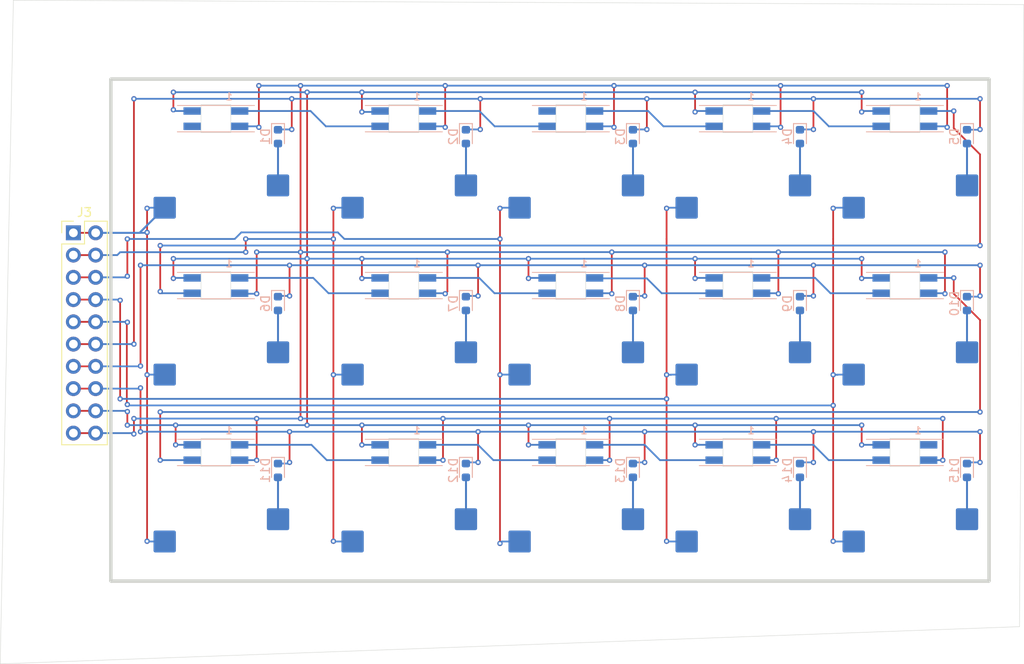
<source format=kicad_pcb>
(kicad_pcb (version 20241229) (generator "pcbnew") (generator_version "9.0")
  (layers (0 "F.Cu" signal) (2 "B.Cu" signal) (13 "F.Paste" user) (15 "B.Paste" user) (5 "F.SilkS" user "F.Silkscreen") (7 "B.SilkS" user "B.Silkscreen") (1 "F.Mask" user) (3 "B.Mask" user) (25 "Edge.Cuts" user))
  (net 0 "")
  (net 1 "ROW1")
  (net 2 "Net-(D1-A)")
  (net 3 "Net-(D2-A)")
  (net 4 "Net-(D3-A)")
  (net 5 "Net-(D4-A)")
  (net 6 "Net-(D5-A)")
  (net 7 "Net-(D6-A)")
  (net 8 "ROW2")
  (net 9 "Net-(D7-A)")
  (net 10 "Net-(D8-A)")
  (net 11 "Net-(D9-A)")
  (net 12 "Net-(D10-A)")
  (net 13 "Net-(D11-A)")
  (net 14 "ROW3")
  (net 15 "Net-(D12-A)")
  (net 16 "Net-(D13-A)")
  (net 17 "Net-(D14-A)")
  (net 18 "Net-(D15-A)")
  (net 19 "COL1")
  (net 20 "COL2")
  (net 21 "GND")
  (net 22 "COL4")
  (net 23 "COL3")
  (net 24 "COL5")
  (net 25 "VCC")
  (net 26 "Net-(LED1-DOUT)")
  (net 27 "DOUT")
  (net 28 "DIN")
  (net 29 "Net-(LED2-DOUT)")
  (net 30 "Net-(LED3-DOUT)")
  (net 31 "Net-(LED4-DOUT)")
  (net 32 "Net-(LED5-DOUT)")
  (net 33 "Net-(LED6-DOUT)")
  (net 34 "Net-(LED7-DOUT)")
  (net 35 "Net-(LED8-DOUT)")
  (net 36 "Net-(LED10-DIN)")
  (net 37 "Net-(LED10-DOUT)")
  (net 38 "Net-(LED11-DOUT)")
  (net 39 "Net-(LED12-DOUT)")
  (net 40 "Net-(LED13-DOUT)")
  (net 41 "Net-(LED14-DOUT)")
  (footprint "Connector_PinHeader_2.54mm:PinHeader_2x10_P2.54mm_Vertical" (layer "F.Cu") (at 21.844 46.05)
    (property "Reference" "J3")
    (property "Value" "Conn_02x10_Counter_Clockwise" (hide yes))
  )
  (footprint "SWICHES:MX-Hotswap-1.25U" (layer "B.Cu") (at 38.1 38.1)
    (property "Reference" "SW1")
    (property "Value" "SW_Push")
  )
  (footprint "Diode_SMD:D_0603_1608Metric" (layer "B.Cu") (at 85.66125 54.12 -90)
    (property "Reference" "D8")
    (property "Value" "D")
  )
  (footprint "SWICHES:SK6812 MINI W_hole" (layer "B.Cu") (at 116.68125 57.15 180)
    (property "Reference" "LED10" (hide yes))
    (property "Value" "SK6812MINI" (hide yes))
    (fp_line (start 1.7 6.68) (end -1.7 6.68) (stroke (width 0.05)) (layer "Edge.Cuts"))
    (fp_line (start 1.7 3.48) (end 1.7 6.68) (stroke (width 0.05)) (layer "Edge.Cuts"))
    (fp_line (start -1.7 6.68) (end -1.7 3.48) (stroke (width 0.05)) (layer "Edge.Cuts"))
    (fp_line (start -1.7 3.48) (end 1.7 3.48) (stroke (width 0.05)) (layer "Edge.Cuts"))
  )
  (footprint "SWICHES:MX-Hotswap-1U" (layer "B.Cu") (at 59.53125 57.15)
    (property "Reference" "SW7")
    (property "Value" "SW_Push")
  )
  (footprint "SWICHES:SK6812 MINI W_hole" (layer "B.Cu") (at 38.1 76.2 180)
    (property "Reference" "LED11" (hide yes))
    (property "Value" "SK6812MINI" (hide yes))
    (fp_line (start 1.7 6.68) (end -1.7 6.68) (stroke (width 0.05)) (layer "Edge.Cuts"))
    (fp_line (start 1.7 3.48) (end 1.7 6.68) (stroke (width 0.05)) (layer "Edge.Cuts"))
    (fp_line (start -1.7 6.68) (end -1.7 3.48) (stroke (width 0.05)) (layer "Edge.Cuts"))
    (fp_line (start -1.7 3.48) (end 1.7 3.48) (stroke (width 0.05)) (layer "Edge.Cuts"))
  )
  (footprint "SWICHES:SK6812 MINI W_hole" (layer "B.Cu") (at 78.58125 57.15 180)
    (property "Reference" "LED8" (hide yes))
    (property "Value" "SK6812MINI" (hide yes))
    (fp_line (start 1.7 6.68) (end -1.7 6.68) (stroke (width 0.05)) (layer "Edge.Cuts"))
    (fp_line (start 1.7 3.48) (end 1.7 6.68) (stroke (width 0.05)) (layer "Edge.Cuts"))
    (fp_line (start -1.7 6.68) (end -1.7 3.48) (stroke (width 0.05)) (layer "Edge.Cuts"))
    (fp_line (start -1.7 3.48) (end 1.7 3.48) (stroke (width 0.05)) (layer "Edge.Cuts"))
  )
  (footprint "Diode_SMD:D_0603_1608Metric" (layer "B.Cu") (at 85.66125 73.17 -90)
    (property "Reference" "D13")
    (property "Value" "D")
  )
  (footprint "SWICHES:SK6812 MINI W_hole" (layer "B.Cu") (at 59.53125 57.15 180)
    (property "Reference" "LED7" (hide yes))
    (property "Value" "SK6812MINI" (hide yes))
    (fp_line (start 1.7 6.68) (end -1.7 6.68) (stroke (width 0.05)) (layer "Edge.Cuts"))
    (fp_line (start 1.7 3.48) (end 1.7 6.68) (stroke (width 0.05)) (layer "Edge.Cuts"))
    (fp_line (start -1.7 6.68) (end -1.7 3.48) (stroke (width 0.05)) (layer "Edge.Cuts"))
    (fp_line (start -1.7 3.48) (end 1.7 3.48) (stroke (width 0.05)) (layer "Edge.Cuts"))
  )
  (footprint "SWICHES:MX-Hotswap-1U" (layer "B.Cu") (at 97.63125 57.15)
    (property "Reference" "SW9")
    (property "Value" "SW_Push")
  )
  (footprint "Diode_SMD:D_0603_1608Metric" (layer "B.Cu") (at 45.18 73.17 -90)
    (property "Reference" "D11")
    (property "Value" "D")
  )
  (footprint "Diode_SMD:D_0603_1608Metric" (layer "B.Cu") (at 45.18 54.12 -90)
    (property "Reference" "D6")
    (property "Value" "D")
  )
  (footprint "Diode_SMD:D_0603_1608Metric" (layer "B.Cu") (at 66.61125 73.17 -90)
    (property "Reference" "D12")
    (property "Value" "D")
  )
  (footprint "SWICHES:MX-Hotswap-1U" (layer "B.Cu") (at 59.53125 38.1)
    (property "Reference" "SW2")
    (property "Value" "SW_Push")
  )
  (footprint "SWICHES:MX-Hotswap-1U" (layer "B.Cu") (at 78.58125 57.15)
    (property "Reference" "SW8")
    (property "Value" "SW_Push")
  )
  (footprint "SWICHES:SK6812 MINI W_hole" (layer "B.Cu") (at 116.68125 38.1 180)
    (property "Reference" "LED5" (hide yes))
    (property "Value" "SK6812MINI" (hide yes))
    (fp_line (start 1.7 6.68) (end -1.7 6.68) (stroke (width 0.05)) (layer "Edge.Cuts"))
    (fp_line (start 1.7 3.48) (end 1.7 6.68) (stroke (width 0.05)) (layer "Edge.Cuts"))
    (fp_line (start -1.7 6.68) (end -1.7 3.48) (stroke (width 0.05)) (layer "Edge.Cuts"))
    (fp_line (start -1.7 3.48) (end 1.7 3.48) (stroke (width 0.05)) (layer "Edge.Cuts"))
  )
  (footprint "SWICHES:SK6812 MINI W_hole" (layer "B.Cu") (at 78.58125 76.2 180)
    (property "Reference" "LED13" (hide yes))
    (property "Value" "SK6812MINI" (hide yes))
    (fp_line (start 1.7 6.68) (end -1.7 6.68) (stroke (width 0.05)) (layer "Edge.Cuts"))
    (fp_line (start 1.7 3.48) (end 1.7 6.68) (stroke (width 0.05)) (layer "Edge.Cuts"))
    (fp_line (start -1.7 6.68) (end -1.7 3.48) (stroke (width 0.05)) (layer "Edge.Cuts"))
    (fp_line (start -1.7 3.48) (end 1.7 3.48) (stroke (width 0.05)) (layer "Edge.Cuts"))
  )
  (footprint "Diode_SMD:D_0603_1608Metric" (layer "B.Cu") (at 104.71125 73.17 -90)
    (property "Reference" "D14")
    (property "Value" "D")
  )
  (footprint "SWICHES:MX-Hotswap-1.25U" (layer "B.Cu") (at 38.1 76.2)
    (property "Reference" "SW11")
    (property "Value" "SW_Push")
  )
  (footprint "SWICHES:SK6812 MINI W_hole" (layer "B.Cu") (at 78.58125 38.1 180)
    (property "Reference" "LED3" (hide yes))
    (property "Value" "SK6812MINI" (hide yes))
    (fp_line (start 1.7 6.68) (end -1.7 6.68) (stroke (width 0.05)) (layer "Edge.Cuts"))
    (fp_line (start 1.7 3.48) (end 1.7 6.68) (stroke (width 0.05)) (layer "Edge.Cuts"))
    (fp_line (start -1.7 6.68) (end -1.7 3.48) (stroke (width 0.05)) (layer "Edge.Cuts"))
    (fp_line (start -1.7 3.48) (end 1.7 3.48) (stroke (width 0.05)) (layer "Edge.Cuts"))
  )
  (footprint "Diode_SMD:D_0603_1608Metric" (layer "B.Cu") (at 104.71125 54.12 -90)
    (property "Reference" "D9")
    (property "Value" "D")
  )
  (footprint "Diode_SMD:D_0603_1608Metric" (layer "B.Cu") (at 123.76125 54.12 -90)
    (property "Reference" "D10")
    (property "Value" "D")
  )
  (footprint "SWICHES:SK6812 MINI W_hole" (layer "B.Cu") (at 38.1 57.15 180)
    (property "Reference" "LED6" (hide yes))
    (property "Value" "SK6812MINI" (hide yes))
    (fp_line (start 1.7 6.68) (end -1.7 6.68) (stroke (width 0.05)) (layer "Edge.Cuts"))
    (fp_line (start 1.7 3.48) (end 1.7 6.68) (stroke (width 0.05)) (layer "Edge.Cuts"))
    (fp_line (start -1.7 6.68) (end -1.7 3.48) (stroke (width 0.05)) (layer "Edge.Cuts"))
    (fp_line (start -1.7 3.48) (end 1.7 3.48) (stroke (width 0.05)) (layer "Edge.Cuts"))
  )
  (footprint "SWICHES:SK6812 MINI W_hole" (layer "B.Cu") (at 59.53125 76.2 180)
    (property "Reference" "LED12" (hide yes))
    (property "Value" "SK6812MINI" (hide yes))
    (fp_line (start 1.7 6.68) (end -1.7 6.68) (stroke (width 0.05)) (layer "Edge.Cuts"))
    (fp_line (start 1.7 3.48) (end 1.7 6.68) (stroke (width 0.05)) (layer "Edge.Cuts"))
    (fp_line (start -1.7 6.68) (end -1.7 3.48) (stroke (width 0.05)) (layer "Edge.Cuts"))
    (fp_line (start -1.7 3.48) (end 1.7 3.48) (stroke (width 0.05)) (layer "Edge.Cuts"))
  )
  (footprint "SWICHES:SK6812 MINI W_hole" (layer "B.Cu") (at 59.53125 38.1 180)
    (property "Reference" "LED2" (hide yes))
    (property "Value" "SK6812MINI" (hide yes))
    (fp_line (start 1.7 6.68) (end -1.7 6.68) (stroke (width 0.05)) (layer "Edge.Cuts"))
    (fp_line (start 1.7 3.48) (end 1.7 6.68) (stroke (width 0.05)) (layer "Edge.Cuts"))
    (fp_line (start -1.7 6.68) (end -1.7 3.48) (stroke (width 0.05)) (layer "Edge.Cuts"))
    (fp_line (start -1.7 3.48) (end 1.7 3.48) (stroke (width 0.05)) (layer "Edge.Cuts"))
  )
  (footprint "Diode_SMD:D_0603_1608Metric" (layer "B.Cu") (at 123.76125 35.07 -90)
    (property "Reference" "D5")
    (property "Value" "D")
  )
  (footprint "SWICHES:MX-Hotswap-1U" (layer "B.Cu") (at 59.53125 76.2)
    (property "Reference" "SW12")
    (property "Value" "SW_Push")
  )
  (footprint "Diode_SMD:D_0603_1608Metric" (layer "B.Cu") (at 85.66125 35.07 -90)
    (property "Reference" "D3")
    (property "Value" "D")
  )
  (footprint "Diode_SMD:D_0603_1608Metric" (layer "B.Cu") (at 66.61125 35.07 -90)
    (property "Reference" "D2")
    (property "Value" "D")
  )
  (footprint "Diode_SMD:D_0603_1608Metric" (layer "B.Cu") (at 104.71125 35.07 -90)
    (property "Reference" "D4")
    (property "Value" "D")
  )
  (footprint "Diode_SMD:D_0603_1608Metric" (layer "B.Cu") (at 66.61125 54.12 -90)
    (property "Reference" "D7")
    (property "Value" "D")
  )
  (footprint "Diode_SMD:D_0603_1608Metric" (layer "B.Cu") (at 123.76125 73.17 -90)
    (property "Reference" "D15")
    (property "Value" "D")
  )
  (footprint "SWICHES:MX-Hotswap-1U" (layer "B.Cu") (at 116.68125 38.1)
    (property "Reference" "SW5")
    (property "Value" "SW_Push")
  )
  (footprint "SWICHES:SK6812 MINI W_hole" (layer "B.Cu") (at 116.68125 76.2 180)
    (property "Reference" "LED15" (hide yes))
    (property "Value" "SK6812MINI" (hide yes))
    (fp_line (start 1.7 6.68) (end -1.7 6.68) (stroke (width 0.05)) (layer "Edge.Cuts"))
    (fp_line (start 1.7 3.48) (end 1.7 6.68) (stroke (width 0.05)) (layer "Edge.Cuts"))
    (fp_line (start -1.7 6.68) (end -1.7 3.48) (stroke (width 0.05)) (layer "Edge.Cuts"))
    (fp_line (start -1.7 3.48) (end 1.7 3.48) (stroke (width 0.05)) (layer "Edge.Cuts"))
  )
  (footprint "SWICHES:MX-Hotswap-1U" (layer "B.Cu") (at 78.58125 38.1)
    (property "Reference" "SW3")
    (property "Value" "SW_Push")
  )
  (footprint "SWICHES:SK6812 MINI W_hole" (layer "B.Cu") (at 97.63125 57.15 180)
    (property "Reference" "LED9" (hide yes))
    (property "Value" "SK6812MINI" (hide yes))
    (fp_line (start 1.7 6.68) (end -1.7 6.68) (stroke (width 0.05)) (layer "Edge.Cuts"))
    (fp_line (start 1.7 3.48) (end 1.7 6.68) (stroke (width 0.05)) (layer "Edge.Cuts"))
    (fp_line (start -1.7 6.68) (end -1.7 3.48) (stroke (width 0.05)) (layer "Edge.Cuts"))
    (fp_line (start -1.7 3.48) (end 1.7 3.48) (stroke (width 0.05)) (layer "Edge.Cuts"))
  )
  (footprint "SWICHES:MX-Hotswap-1U" (layer "B.Cu") (at 97.63125 76.2)
    (property "Reference" "SW14")
    (property "Value" "SW_Push")
  )
  (footprint "SWICHES:MX-Hotswap-1.25U" (layer "B.Cu") (at 38.1 57.15)
    (property "Reference" "SW6")
    (property "Value" "SW_Push")
  )
  (footprint "SWICHES:MX-Hotswap-1U" (layer "B.Cu") (at 97.63125 38.1)
    (property "Reference" "SW4")
    (property "Value" "SW_Push")
  )
  (footprint "SWICHES:MX-Hotswap-1U" (layer "B.Cu") (at 116.68125 57.15)
    (property "Reference" "SW10")
    (property "Value" "SW_Push")
  )
  (footprint "SWICHES:SK6812 MINI W_hole" (layer "B.Cu") (at 97.63125 76.2 180)
    (property "Reference" "LED14" (hide yes))
    (property "Value" "SK6812MINI" (hide yes))
    (fp_line (start 1.7 6.68) (end -1.7 6.68) (stroke (width 0.05)) (layer "Edge.Cuts"))
    (fp_line (start 1.7 3.48) (end 1.7 6.68) (stroke (width 0.05)) (layer "Edge.Cuts"))
    (fp_line (start -1.7 6.68) (end -1.7 3.48) (stroke (width 0.05)) (layer "Edge.Cuts"))
    (fp_line (start -1.7 3.48) (end 1.7 3.48) (stroke (width 0.05)) (layer "Edge.Cuts"))
  )
  (footprint "SWICHES:SK6812 MINI W_hole" (layer "B.Cu") (at 38.1 38.1 180)
    (property "Reference" "LED1" (hide yes))
    (property "Value" "SK6812MINI" (hide yes))
    (fp_line (start 1.7 6.68) (end -1.7 6.68) (stroke (width 0.05)) (layer "Edge.Cuts"))
    (fp_line (start 1.7 3.48) (end 1.7 6.68) (stroke (width 0.05)) (layer "Edge.Cuts"))
    (fp_line (start -1.7 6.68) (end -1.7 3.48) (stroke (width 0.05)) (layer "Edge.Cuts"))
    (fp_line (start -1.7 3.48) (end 1.7 3.48) (stroke (width 0.05)) (layer "Edge.Cuts"))
  )
  (footprint "SWICHES:MX-Hotswap-1U" (layer "B.Cu") (at 78.58125 76.2)
    (property "Reference" "SW13")
    (property "Value" "SW_Push")
  )
  (footprint "SWICHES:MX-Hotswap-1U" (layer "B.Cu") (at 116.68125 76.2)
    (property "Reference" "SW15")
    (property "Value" "SW_Push")
  )
  (footprint "SWICHES:SK6812 MINI W_hole" (layer "B.Cu") (at 97.63125 38.1 180)
    (property "Reference" "LED4" (hide yes))
    (property "Value" "SK6812MINI" (hide yes))
    (fp_line (start 1.7 6.68) (end -1.7 6.68) (stroke (width 0.05)) (layer "Edge.Cuts"))
    (fp_line (start 1.7 3.48) (end 1.7 6.68) (stroke (width 0.05)) (layer "Edge.Cuts"))
    (fp_line (start -1.7 6.68) (end -1.7 3.48) (stroke (width 0.05)) (layer "Edge.Cuts"))
    (fp_line (start -1.7 3.48) (end 1.7 3.48) (stroke (width 0.05)) (layer "Edge.Cuts"))
  )
  (footprint "Diode_SMD:D_0603_1608Metric" (layer "B.Cu") (at 45.18 35.07 -90)
    (property "Reference" "D1")
    (property "Value" "D")
  )
  (gr_line (start 126.28125 28.543934) (end 126.28125 85.756066) (stroke (width 0.4)) (layer "Edge.Cuts"))
  (gr_line (start 26.162684 85.8) (end 26.11875 85.756066) (stroke (width 0.4)) (layer "Edge.Cuts"))
  (gr_line (start 26.11875 85.756066) (end 26.11875 28.543934) (stroke (width 0.4)) (layer "Edge.Cuts"))
  (gr_line (start 26.162684 28.5) (end 126.237316 28.5) (stroke (width 0.4)) (layer "Edge.Cuts"))
  (gr_line (start 126.237316 85.8) (end 26.162684 85.8) (stroke (width 0.4)) (layer "Edge.Cuts"))
  (gr_line (start 129.75 91) (end 13.5 95.25) (stroke (width 0.05)) (layer "Edge.Cuts"))
  (gr_line (start 13.5 95.25) (end 15 19.5) (stroke (width 0.05)) (layer "Edge.Cuts"))
  (gr_line (start 126.237316 28.5) (end 126.28125 28.543934) (stroke (width 0.4)) (layer "Edge.Cuts"))
  (gr_line (start 26.11875 28.543934) (end 26.162684 28.5) (stroke (width 0.4)) (layer "Edge.Cuts"))
  (gr_line (start 130.25 20) (end 129.75 91) (stroke (width 0.05)) (layer "Edge.Cuts"))
  (gr_line (start 126.28125 85.756066) (end 126.237316 85.8) (stroke (width 0.4)) (layer "Edge.Cuts"))
  (gr_line (start 15 19.5) (end 130.25 20) (stroke (width 0.05)) (layer "Edge.Cuts"))
  (segment (start 106.25 30.75) (end 106.25 34.25) (width 0.2) (layer "F.Cu") (net 1))
  (segment (start 125.25 34.25) (end 125.25 30.75) (width 0.2) (layer "F.Cu") (net 1))
  (segment (start 46.75 30.75) (end 46.75 34.25) (width 0.2) (layer "F.Cu") (net 1))
  (segment (start 21.844 58.75) (end 24.384 58.75) (width 0.2) (layer "F.Cu") (net 1))
  (segment (start 68.25 30.75) (end 68.25 34.25) (width 0.2) (layer "F.Cu") (net 1))
  (segment (start 87.25 30.75) (end 87.25 34.25) (width 0.2) (layer "F.Cu") (net 1))
  (segment (start 28.75 30.75) (end 28.75 58.75) (width 0.2) (layer "F.Cu") (net 1))
  (via (at 28.75 58.75) (size 0.6) (drill 0.3) (layers "F.Cu" "B.Cu") (net 1))
  (via (at 28.75 30.75) (size 0.6) (drill 0.3) (layers "F.Cu" "B.Cu") (net 1))
  (via (at 68.25 30.75) (size 0.6) (drill 0.3) (layers "F.Cu" "B.Cu") (net 1))
  (via (at 46.75 34.25) (size 0.6) (drill 0.3) (layers "F.Cu" "B.Cu") (net 1))
  (via (at 68.25 34.25) (size 0.6) (drill 0.3) (layers "F.Cu" "B.Cu") (net 1))
  (via (at 46.75 30.75) (size 0.6) (drill 0.3) (layers "F.Cu" "B.Cu") (net 1))
  (via (at 87.25 30.75) (size 0.6) (drill 0.3) (layers "F.Cu" "B.Cu") (net 1))
  (via (at 125.25 30.75) (size 0.6) (drill 0.3) (layers "F.Cu" "B.Cu") (net 1))
  (via (at 87.25 34.25) (size 0.6) (drill 0.3) (layers "F.Cu" "B.Cu") (net 1))
  (via (at 106.25 30.75) (size 0.6) (drill 0.3) (layers "F.Cu" "B.Cu") (net 1))
  (via (at 125.25 34.25) (size 0.6) (drill 0.3) (layers "F.Cu" "B.Cu") (net 1))
  (via (at 106.25 34.25) (size 0.6) (drill 0.3) (layers "F.Cu" "B.Cu") (net 1))
  (segment (start 46.75 34.25) (end 45.2125 34.25) (width 0.2) (layer "B.Cu") (net 1))
  (segment (start 28.75 30.75) (end 46.75 30.75) (width 0.2) (layer "B.Cu") (net 1))
  (segment (start 68.25 34.25) (end 66.64375 34.25) (width 0.2) (layer "B.Cu") (net 1))
  (segment (start 87.25 34.25) (end 85.69375 34.25) (width 0.2) (layer "B.Cu") (net 1))
  (segment (start 45.2125 34.25) (end 45.18 34.2825) (width 0.2) (layer "B.Cu") (net 1))
  (segment (start 68.25 30.75) (end 46.75 30.75) (width 0.2) (layer "B.Cu") (net 1))
  (segment (start 125.25 30.75) (end 106.25 30.75) (width 0.2) (layer "B.Cu") (net 1))
  (segment (start 106.25 34.25) (end 104.74375 34.25) (width 0.2) (layer "B.Cu") (net 1))
  (segment (start 87.25 30.75) (end 68.25 30.75) (width 0.2) (layer "B.Cu") (net 1))
  (segment (start 123.76125 34.2825) (end 125.2175 34.2825) (width 0.2) (layer "B.Cu") (net 1))
  (segment (start 66.64375 34.25) (end 66.61125 34.2825) (width 0.2) (layer "B.Cu") (net 1))
  (segment (start 24.384 58.75) (end 28.75 58.75) (width 0.2) (layer "B.Cu") (net 1))
  (segment (start 104.74375 34.25) (end 104.71125 34.2825) (width 0.2) (layer "B.Cu") (net 1))
  (segment (start 85.69375 34.25) (end 85.66125 34.2825) (width 0.2) (layer "B.Cu") (net 1))
  (segment (start 125.2175 34.2825) (end 125.25 34.25) (width 0.2) (layer "B.Cu") (net 1))
  (segment (start 106.25 30.75) (end 87.25 30.75) (width 0.2) (layer "B.Cu") (net 1))
  (segment (start 45.185 35.8625) (end 45.18 35.8575) (width 0.2) (layer "B.Cu") (net 2))
  (segment (start 45.185 35.8625) (end 45.18 35.8575) (width 0.2) (layer "B.Cu") (net 2))
  (segment (start 45.185 40.64) (end 45.185 35.8625) (width 0.2) (layer "B.Cu") (net 2))
  (segment (start 45.185 35.8625) (end 45.18 35.8575) (width 0.2) (layer "B.Cu") (net 2))
  (segment (start 45.185 40.64) (end 45.185 35.8625) (width 0.2) (layer "B.Cu") (net 2))
  (segment (start 45.185 40.64) (end 45.185 35.8625) (width 0.2) (layer "B.Cu") (net 2))
  (segment (start 45.185 40.64) (end 45.185 35.8625) (width 0.2) (layer "B.Cu") (net 2))
  (segment (start 45.185 35.8625) (end 45.18 35.8575) (width 0.2) (layer "B.Cu") (net 2))
  (segment (start 66.61625 40.64) (end 66.61625 35.8625) (width 0.2) (layer "B.Cu") (net 3))
  (segment (start 66.61625 40.64) (end 66.61625 35.8625) (width 0.2) (layer "B.Cu") (net 3))
  (segment (start 66.61625 35.8625) (end 66.61125 35.8575) (width 0.2) (layer "B.Cu") (net 3))
  (segment (start 66.61625 35.8625) (end 66.61125 35.8575) (width 0.2) (layer "B.Cu") (net 3))
  (segment (start 66.61625 40.64) (end 66.61625 35.8625) (width 0.2) (layer "B.Cu") (net 3))
  (segment (start 66.61625 40.64) (end 66.61625 35.8625) (width 0.2) (layer "B.Cu") (net 3))
  (segment (start 66.61625 35.8625) (end 66.61125 35.8575) (width 0.2) (layer "B.Cu") (net 3))
  (segment (start 66.61625 35.8625) (end 66.61125 35.8575) (width 0.2) (layer "B.Cu") (net 3))
  (segment (start 85.66625 40.64) (end 85.66625 35.8625) (width 0.2) (layer "B.Cu") (net 4))
  (segment (start 85.66625 40.64) (end 85.66625 35.8625) (width 0.2) (layer "B.Cu") (net 4))
  (segment (start 85.66625 40.64) (end 85.66625 35.8625) (width 0.2) (layer "B.Cu") (net 4))
  (segment (start 85.66625 40.64) (end 85.66625 35.8625) (width 0.2) (layer "B.Cu") (net 4))
  (segment (start 85.66625 35.8625) (end 85.66125 35.8575) (width 0.2) (layer "B.Cu") (net 4))
  (segment (start 85.66625 35.8625) (end 85.66125 35.8575) (width 0.2) (layer "B.Cu") (net 4))
  (segment (start 85.66625 35.8625) (end 85.66125 35.8575) (width 0.2) (layer "B.Cu") (net 4))
  (segment (start 85.66625 35.8625) (end 85.66125 35.8575) (width 0.2) (layer "B.Cu") (net 4))
  (segment (start 104.71625 35.8625) (end 104.71125 35.8575) (width 0.2) (layer "B.Cu") (net 5))
  (segment (start 104.71625 40.64) (end 104.71625 35.8625) (width 0.2) (layer "B.Cu") (net 5))
  (segment (start 104.71625 35.8625) (end 104.71125 35.8575) (width 0.2) (layer "B.Cu") (net 5))
  (segment (start 104.71625 35.8625) (end 104.71125 35.8575) (width 0.2) (layer "B.Cu") (net 5))
  (segment (start 104.71625 40.64) (end 104.71625 35.8625) (width 0.2) (layer "B.Cu") (net 5))
  (segment (start 104.71625 40.64) (end 104.71625 35.8625) (width 0.2) (layer "B.Cu") (net 5))
  (segment (start 104.71625 40.64) (end 104.71625 35.8625) (width 0.2) (layer "B.Cu") (net 5))
  (segment (start 104.71625 35.8625) (end 104.71125 35.8575) (width 0.2) (layer "B.Cu") (net 5))
  (segment (start 123.76625 35.8625) (end 123.76125 35.8575) (width 0.2) (layer "B.Cu") (net 6))
  (segment (start 123.76625 40.64) (end 123.76625 35.8625) (width 0.2) (layer "B.Cu") (net 6))
  (segment (start 123.76625 40.64) (end 123.76625 35.8625) (width 0.2) (layer "B.Cu") (net 6))
  (segment (start 123.76625 40.64) (end 123.76625 35.8625) (width 0.2) (layer "B.Cu") (net 6))
  (segment (start 123.76625 35.8625) (end 123.76125 35.8575) (width 0.2) (layer "B.Cu") (net 6))
  (segment (start 123.76625 35.8625) (end 123.76125 35.8575) (width 0.2) (layer "B.Cu") (net 6))
  (segment (start 123.76625 40.64) (end 123.76625 35.8625) (width 0.2) (layer "B.Cu") (net 6))
  (segment (start 123.76625 35.8625) (end 123.76125 35.8575) (width 0.2) (layer "B.Cu") (net 6))
  (segment (start 45.185 59.69) (end 45.185 54.9125) (width 0.2) (layer "B.Cu") (net 7))
  (segment (start 45.185 59.69) (end 45.185 54.9125) (width 0.2) (layer "B.Cu") (net 7))
  (segment (start 45.185 54.9125) (end 45.18 54.9075) (width 0.2) (layer "B.Cu") (net 7))
  (segment (start 45.185 54.9125) (end 45.18 54.9075) (width 0.2) (layer "B.Cu") (net 7))
  (segment (start 45.185 59.69) (end 45.185 54.9125) (width 0.2) (layer "B.Cu") (net 7))
  (segment (start 45.185 54.9125) (end 45.18 54.9075) (width 0.2) (layer "B.Cu") (net 7))
  (segment (start 45.185 59.69) (end 45.185 54.9125) (width 0.2) (layer "B.Cu") (net 7))
  (segment (start 45.185 54.9125) (end 45.18 54.9075) (width 0.2) (layer "B.Cu") (net 7))
  (segment (start 29.5 61.25) (end 29.5 49.75) (width 0.2) (layer "F.Cu") (net 8))
  (segment (start 68 49.75) (end 68 53.25) (width 0.2) (layer "F.Cu") (net 8))
  (segment (start 106.25 49.75) (end 106.25 53.25) (width 0.2) (layer "F.Cu") (net 8))
  (segment (start 21.844 61.29) (end 24.384 61.29) (width 0.2) (layer "F.Cu") (net 8))
  (segment (start 87 49.75) (end 87 53.25) (width 0.2) (layer "F.Cu") (net 8))
  (segment (start 46.5 49.75) (end 46.5 53.25) (width 0.2) (layer "F.Cu") (net 8))
  (segment (start 125.25 53.25) (end 125.25 49.75) (width 0.2) (layer "F.Cu") (net 8))
  (via (at 106.25 53.25) (size 0.6) (drill 0.3) (layers "F.Cu" "B.Cu") (net 8))
  (via (at 125.25 53.25) (size 0.6) (drill 0.3) (layers "F.Cu" "B.Cu") (net 8))
  (via (at 106.25 49.75) (size 0.6) (drill 0.3) (layers "F.Cu" "B.Cu") (net 8))
  (via (at 87 49.75) (size 0.6) (drill 0.3) (layers "F.Cu" "B.Cu") (net 8))
  (via (at 46.5 49.75) (size 0.6) (drill 0.3) (layers "F.Cu" "B.Cu") (net 8))
  (via (at 29.5 49.75) (size 0.6) (drill 0.3) (layers "F.Cu" "B.Cu") (net 8))
  (via (at 125.25 49.75) (size 0.6) (drill 0.3) (layers "F.Cu" "B.Cu") (net 8))
  (via (at 68 49.75) (size 0.6) (drill 0.3) (layers "F.Cu" "B.Cu") (net 8))
  (via (at 68 53.25) (size 0.6) (drill 0.3) (layers "F.Cu" "B.Cu") (net 8))
  (via (at 29.5 61.25) (size 0.6) (drill 0.3) (layers "F.Cu" "B.Cu") (net 8))
  (via (at 87 53.25) (size 0.6) (drill 0.3) (layers "F.Cu" "B.Cu") (net 8))
  (via (at 46.5 53.25) (size 0.6) (drill 0.3) (layers "F.Cu" "B.Cu") (net 8))
  (segment (start 125.25 49.75) (end 106.25 49.75) (width 0.2) (layer "B.Cu") (net 8))
  (segment (start 24.384 61.29) (end 29.46 61.29) (width 0.2) (layer "B.Cu") (net 8))
  (segment (start 68 53.25) (end 66.69375 53.25) (width 0.2) (layer "B.Cu") (net 8))
  (segment (start 29.5 49.75) (end 46.5 49.75) (width 0.2) (layer "B.Cu") (net 8))
  (segment (start 87 49.75) (end 68 49.75) (width 0.2) (layer "B.Cu") (net 8))
  (segment (start 45.2625 53.25) (end 45.18 53.3325) (width 0.2) (layer "B.Cu") (net 8))
  (segment (start 104.79375 53.25) (end 104.71125 53.3325) (width 0.2) (layer "B.Cu") (net 8))
  (segment (start 66.69375 53.25) (end 66.61125 53.3325) (width 0.2) (layer "B.Cu") (net 8))
  (segment (start 68 49.75) (end 46.5 49.75) (width 0.2) (layer "B.Cu") (net 8))
  (segment (start 125.1675 53.3325) (end 125.25 53.25) (width 0.2) (layer "B.Cu") (net 8))
  (segment (start 106.25 49.75) (end 87 49.75) (width 0.2) (layer "B.Cu") (net 8))
  (segment (start 85.74375 53.25) (end 85.66125 53.3325) (width 0.2) (layer "B.Cu") (net 8))
  (segment (start 46.5 53.25) (end 45.2625 53.25) (width 0.2) (layer "B.Cu") (net 8))
  (segment (start 123.76125 53.3325) (end 125.1675 53.3325) (width 0.2) (layer "B.Cu") (net 8))
  (segment (start 87 53.25) (end 85.74375 53.25) (width 0.2) (layer "B.Cu") (net 8))
  (segment (start 29.46 61.29) (end 29.5 61.25) (width 0.2) (layer "B.Cu") (net 8))
  (segment (start 106.25 53.25) (end 104.79375 53.25) (width 0.2) (layer "B.Cu") (net 8))
  (segment (start 66.61625 59.69) (end 66.61625 54.9125) (width 0.2) (layer "B.Cu") (net 9))
  (segment (start 66.61625 59.69) (end 66.61625 54.9125) (width 0.2) (layer "B.Cu") (net 9))
  (segment (start 66.61625 54.9125) (end 66.61125 54.9075) (width 0.2) (layer "B.Cu") (net 9))
  (segment (start 66.61625 59.69) (end 66.61625 54.9125) (width 0.2) (layer "B.Cu") (net 9))
  (segment (start 66.61625 54.9125) (end 66.61125 54.9075) (width 0.2) (layer "B.Cu") (net 9))
  (segment (start 66.61625 59.69) (end 66.61625 54.9125) (width 0.2) (layer "B.Cu") (net 9))
  (segment (start 66.61625 54.9125) (end 66.61125 54.9075) (width 0.2) (layer "B.Cu") (net 9))
  (segment (start 66.61625 54.9125) (end 66.61125 54.9075) (width 0.2) (layer "B.Cu") (net 9))
  (segment (start 85.66625 54.9125) (end 85.66125 54.9075) (width 0.2) (layer "B.Cu") (net 10))
  (segment (start 85.66625 54.9125) (end 85.66125 54.9075) (width 0.2) (layer "B.Cu") (net 10))
  (segment (start 85.66625 59.69) (end 85.66625 54.9125) (width 0.2) (layer "B.Cu") (net 10))
  (segment (start 85.66625 59.69) (end 85.66625 54.9125) (width 0.2) (layer "B.Cu") (net 10))
  (segment (start 85.66625 59.69) (end 85.66625 54.9125) (width 0.2) (layer "B.Cu") (net 10))
  (segment (start 85.66625 54.9125) (end 85.66125 54.9075) (width 0.2) (layer "B.Cu") (net 10))
  (segment (start 85.66625 54.9125) (end 85.66125 54.9075) (width 0.2) (layer "B.Cu") (net 10))
  (segment (start 85.66625 59.69) (end 85.66625 54.9125) (width 0.2) (layer "B.Cu") (net 10))
  (segment (start 104.71625 54.9125) (end 104.71125 54.9075) (width 0.2) (layer "B.Cu") (net 11))
  (segment (start 104.71625 59.69) (end 104.71625 54.9125) (width 0.2) (layer "B.Cu") (net 11))
  (segment (start 104.71625 54.9125) (end 104.71125 54.9075) (width 0.2) (layer "B.Cu") (net 11))
  (segment (start 104.71625 59.69) (end 104.71625 54.9125) (width 0.2) (layer "B.Cu") (net 11))
  (segment (start 104.71625 59.69) (end 104.71625 54.9125) (width 0.2) (layer "B.Cu") (net 11))
  (segment (start 104.71625 54.9125) (end 104.71125 54.9075) (width 0.2) (layer "B.Cu") (net 11))
  (segment (start 104.71625 54.9125) (end 104.71125 54.9075) (width 0.2) (layer "B.Cu") (net 11))
  (segment (start 104.71625 59.69) (end 104.71625 54.9125) (width 0.2) (layer "B.Cu") (net 11))
  (segment (start 123.76625 59.69) (end 123.76625 54.9125) (width 0.2) (layer "B.Cu") (net 12))
  (segment (start 123.76625 59.69) (end 123.76625 54.9125) (width 0.2) (layer "B.Cu") (net 12))
  (segment (start 123.76625 54.9125) (end 123.76125 54.9075) (width 0.2) (layer "B.Cu") (net 12))
  (segment (start 123.76625 54.9125) (end 123.76125 54.9075) (width 0.2) (layer "B.Cu") (net 12))
  (segment (start 123.76625 59.69) (end 123.76625 54.9125) (width 0.2) (layer "B.Cu") (net 12))
  (segment (start 123.76625 54.9125) (end 123.76125 54.9075) (width 0.2) (layer "B.Cu") (net 12))
  (segment (start 123.76625 59.69) (end 123.76625 54.9125) (width 0.2) (layer "B.Cu") (net 12))
  (segment (start 123.76625 54.9125) (end 123.76125 54.9075) (width 0.2) (layer "B.Cu") (net 12))
  (segment (start 45.185 78.74) (end 45.185 73.9625) (width 0.2) (layer "B.Cu") (net 13))
  (segment (start 45.185 73.9625) (end 45.18 73.9575) (width 0.2) (layer "B.Cu") (net 13))
  (segment (start 45.185 78.74) (end 45.185 73.9625) (width 0.2) (layer "B.Cu") (net 13))
  (segment (start 45.185 73.9625) (end 45.18 73.9575) (width 0.2) (layer "B.Cu") (net 13))
  (segment (start 45.185 78.74) (end 45.185 73.9625) (width 0.2) (layer "B.Cu") (net 13))
  (segment (start 45.185 73.9625) (end 45.18 73.9575) (width 0.2) (layer "B.Cu") (net 13))
  (segment (start 45.185 78.74) (end 45.185 73.9625) (width 0.2) (layer "B.Cu") (net 13))
  (segment (start 45.185 73.9625) (end 45.18 73.9575) (width 0.2) (layer "B.Cu") (net 13))
  (segment (start 68 68.75) (end 68 72.25) (width 0.2) (layer "F.Cu") (net 14))
  (segment (start 21.844 63.83) (end 24.384 63.83) (width 0.2) (layer "F.Cu") (net 14))
  (segment (start 125.25 68.75) (end 125.25 72.25) (width 0.2) (layer "F.Cu") (net 14))
  (segment (start 46.5 72.25) (end 46.5 68.75) (width 0.2) (layer "F.Cu") (net 14))
  (segment (start 87 68.75) (end 87 72.25) (width 0.2) (layer "F.Cu") (net 14))
  (segment (start 106.25 68.75) (end 106.25 72.25) (width 0.2) (layer "F.Cu") (net 14))
  (segment (start 29.5 63.754) (end 29.5 68.75) (width 0.2) (layer "F.Cu") (net 14))
  (via (at 125.25 72.25) (size 0.6) (drill 0.3) (layers "F.Cu" "B.Cu") (net 14))
  (via (at 106.25 72.25) (size 0.6) (drill 0.3) (layers "F.Cu" "B.Cu") (net 14))
  (via (at 68 68.75) (size 0.6) (drill 0.3) (layers "F.Cu" "B.Cu") (net 14))
  (via (at 87 72.25) (size 0.6) (drill 0.3) (layers "F.Cu" "B.Cu") (net 14))
  (via (at 106.25 68.75) (size 0.6) (drill 0.3) (layers "F.Cu" "B.Cu") (net 14))
  (via (at 87 68.75) (size 0.6) (drill 0.3) (layers "F.Cu" "B.Cu") (net 14))
  (via (at 68 72.25) (size 0.6) (drill 0.3) (layers "F.Cu" "B.Cu") (net 14))
  (via (at 46.5 72.25) (size 0.6) (drill 0.3) (layers "F.Cu" "B.Cu") (net 14))
  (via (at 29.5 63.754) (size 0.6) (drill 0.3) (layers "F.Cu" "B.Cu") (net 14))
  (via (at 46.5 68.75) (size 0.6) (drill 0.3) (layers "F.Cu" "B.Cu") (net 14))
  (via (at 29.5 68.75) (size 0.6) (drill 0.3) (layers "F.Cu" "B.Cu") (net 14))
  (via (at 125.25 68.75) (size 0.6) (drill 0.3) (layers "F.Cu" "B.Cu") (net 14))
  (segment (start 106.25 72.25) (end 104.84375 72.25) (width 0.2) (layer "B.Cu") (net 14))
  (segment (start 46.5 68.75) (end 68 68.75) (width 0.2) (layer "B.Cu") (net 14))
  (segment (start 87 72.25) (end 85.79375 72.25) (width 0.2) (layer "B.Cu") (net 14))
  (segment (start 85.79375 72.25) (end 85.66125 72.3825) (width 0.2) (layer "B.Cu") (net 14))
  (segment (start 45.18 72.3825) (end 46.3675 72.3825) (width 0.2) (layer "B.Cu") (net 14))
  (segment (start 68 68.75) (end 87 68.75) (width 0.2) (layer "B.Cu") (net 14))
  (segment (start 24.384 63.83) (end 29.424 63.83) (width 0.2) (layer "B.Cu") (net 14))
  (segment (start 106.25 68.75) (end 125.25 68.75) (width 0.2) (layer "B.Cu") (net 14))
  (segment (start 29.424 63.83) (end 29.5 63.754) (width 0.2) (layer "B.Cu") (net 14))
  (segment (start 104.84375 72.25) (end 104.71125 72.3825) (width 0.2) (layer "B.Cu") (net 14))
  (segment (start 29.5 68.75) (end 46.5 68.75) (width 0.2) (layer "B.Cu") (net 14))
  (segment (start 66.74375 72.25) (end 66.61125 72.3825) (width 0.2) (layer "B.Cu") (net 14))
  (segment (start 46.3675 72.3825) (end 46.5 72.25) (width 0.2) (layer "B.Cu") (net 14))
  (segment (start 125.25 72.25) (end 123.89375 72.25) (width 0.2) (layer "B.Cu") (net 14))
  (segment (start 68 72.25) (end 66.74375 72.25) (width 0.2) (layer "B.Cu") (net 14))
  (segment (start 87 68.75) (end 106.25 68.75) (width 0.2) (layer "B.Cu") (net 14))
  (segment (start 123.89375 72.25) (end 123.76125 72.3825) (width 0.2) (layer "B.Cu") (net 14))
  (segment (start 66.61625 73.9625) (end 66.61125 73.9575) (width 0.2) (layer "B.Cu") (net 15))
  (segment (start 66.61625 73.9625) (end 66.61125 73.9575) (width 0.2) (layer "B.Cu") (net 15))
  (segment (start 66.61625 78.74) (end 66.61625 73.9625) (width 0.2) (layer "B.Cu") (net 15))
  (segment (start 66.61625 78.74) (end 66.61625 73.9625) (width 0.2) (layer "B.Cu") (net 15))
  (segment (start 66.61625 73.9625) (end 66.61125 73.9575) (width 0.2) (layer "B.Cu") (net 15))
  (segment (start 66.61625 73.9625) (end 66.61125 73.9575) (width 0.2) (layer "B.Cu") (net 15))
  (segment (start 66.61625 78.74) (end 66.61625 73.9625) (width 0.2) (layer "B.Cu") (net 15))
  (segment (start 66.61625 78.74) (end 66.61625 73.9625) (width 0.2) (layer "B.Cu") (net 15))
  (segment (start 85.66625 73.9625) (end 85.66125 73.9575) (width 0.2) (layer "B.Cu") (net 16))
  (segment (start 85.66625 78.74) (end 85.66625 73.9625) (width 0.2) (layer "B.Cu") (net 16))
  (segment (start 85.66625 78.74) (end 85.66625 73.9625) (width 0.2) (layer "B.Cu") (net 16))
  (segment (start 85.66625 78.74) (end 85.66625 73.9625) (width 0.2) (layer "B.Cu") (net 16))
  (segment (start 85.66625 73.9625) (end 85.66125 73.9575) (width 0.2) (layer "B.Cu") (net 16))
  (segment (start 85.66625 78.74) (end 85.66625 73.9625) (width 0.2) (layer "B.Cu") (net 16))
  (segment (start 85.66625 73.9625) (end 85.66125 73.9575) (width 0.2) (layer "B.Cu") (net 16))
  (segment (start 85.66625 73.9625) (end 85.66125 73.9575) (width 0.2) (layer "B.Cu") (net 16))
  (segment (start 104.71625 78.74) (end 104.71625 73.9625) (width 0.2) (layer "B.Cu") (net 17))
  (segment (start 104.71625 78.74) (end 104.71625 73.9625) (width 0.2) (layer "B.Cu") (net 17))
  (segment (start 104.71625 78.74) (end 104.71625 73.9625) (width 0.2) (layer "B.Cu") (net 17))
  (segment (start 104.71625 78.74) (end 104.71625 73.9625) (width 0.2) (layer "B.Cu") (net 17))
  (segment (start 104.71625 73.9625) (end 104.71125 73.9575) (width 0.2) (layer "B.Cu") (net 17))
  (segment (start 104.71625 73.9625) (end 104.71125 73.9575) (width 0.2) (layer "B.Cu") (net 17))
  (segment (start 104.71625 73.9625) (end 104.71125 73.9575) (width 0.2) (layer "B.Cu") (net 17))
  (segment (start 104.71625 73.9625) (end 104.71125 73.9575) (width 0.2) (layer "B.Cu") (net 17))
  (segment (start 123.76625 73.9625) (end 123.76125 73.9575) (width 0.2) (layer "B.Cu") (net 18))
  (segment (start 123.76625 78.74) (end 123.76625 73.9625) (width 0.2) (layer "B.Cu") (net 18))
  (segment (start 123.76625 73.9625) (end 123.76125 73.9575) (width 0.2) (layer "B.Cu") (net 18))
  (segment (start 123.76625 78.74) (end 123.76625 73.9625) (width 0.2) (layer "B.Cu") (net 18))
  (segment (start 123.76625 78.74) (end 123.76625 73.9625) (width 0.2) (layer "B.Cu") (net 18))
  (segment (start 123.76625 73.9625) (end 123.76125 73.9575) (width 0.2) (layer "B.Cu") (net 18))
  (segment (start 123.76625 73.9625) (end 123.76125 73.9575) (width 0.2) (layer "B.Cu") (net 18))
  (segment (start 123.76625 78.74) (end 123.76625 73.9625) (width 0.2) (layer "B.Cu") (net 18))
  (segment (start 30.25 46) (end 30.25 62.25) (width 0.2) (layer "F.Cu") (net 19))
  (segment (start 21.844 46.05) (end 24.384 46.05) (width 0.2) (layer "F.Cu") (net 19))
  (segment (start 30.25 43.25) (end 30.25 46) (width 0.2) (layer "F.Cu") (net 19))
  (segment (start 30.25 81.25) (end 30.25 62.25) (width 0.2) (layer "F.Cu") (net 19))
  (via (at 30.25 81.25) (size 0.6) (drill 0.3) (layers "F.Cu" "B.Cu") (net 19))
  (via (at 30.25 46) (size 0.6) (drill 0.3) (layers "F.Cu" "B.Cu") (net 19))
  (via (at 30.25 43.25) (size 0.6) (drill 0.3) (layers "F.Cu" "B.Cu") (net 19))
  (via (at 30.25 62.25) (size 0.6) (drill 0.3) (layers "F.Cu" "B.Cu") (net 19))
  (segment (start 29.388 46.05) (end 32.258 43.18) (width 0.2) (layer "B.Cu") (net 19))
  (segment (start 30.27 62.23) (end 32.258 62.23) (width 0.2) (layer "B.Cu") (net 19))
  (segment (start 30.2 46.05) (end 30.25 46) (width 0.2) (layer "B.Cu") (net 19))
  (segment (start 29.388 46.05) (end 32.258 43.18) (width 0.2) (layer "B.Cu") (net 19))
  (segment (start 24.384 46.05) (end 29.388 46.05) (width 0.2) (layer "B.Cu") (net 19))
  (segment (start 29.388 46.05) (end 32.258 43.18) (width 0.2) (layer "B.Cu") (net 19))
  (segment (start 24.384 46.05) (end 29.388 46.05) (width 0.2) (layer "B.Cu") (net 19))
  (segment (start 30.25 62.25) (end 30.27 62.23) (width 0.2) (layer "B.Cu") (net 19))
  (segment (start 32.258 43.18) (end 30.32 43.18) (width 0.2) (layer "B.Cu") (net 19))
  (segment (start 24.384 46.05) (end 30.2 46.05) (width 0.2) (layer "B.Cu") (net 19))
  (segment (start 30.28 81.28) (end 30.25 81.25) (width 0.2) (layer "B.Cu") (net 19))
  (segment (start 24.384 46.05) (end 29.388 46.05) (width 0.2) (layer "B.Cu") (net 19))
  (segment (start 30.32 43.18) (end 30.25 43.25) (width 0.2) (layer "B.Cu") (net 19))
  (segment (start 32.258 81.28) (end 30.28 81.28) (width 0.2) (layer "B.Cu") (net 19))
  (segment (start 24.384 48.59) (end 21.844 48.59) (width 0.2) (layer "F.Cu") (net 20))
  (segment (start 51.5 46.75) (end 51.5 62.25) (width 0.2) (layer "F.Cu") (net 20))
  (segment (start 41.5 48.25) (end 41.5 46.75) (width 0.2) (layer "F.Cu") (net 20))
  (segment (start 51.5 81.25) (end 51.5 62.25) (width 0.2) (layer "F.Cu") (net 20))
  (segment (start 51.5 43.25) (end 51.5 46.75) (width 0.2) (layer "F.Cu") (net 20))
  (via (at 41.5 46.75) (size 0.6) (drill 0.3) (layers "F.Cu" "B.Cu") (net 20))
  (via (at 51.5 43.25) (size 0.6) (drill 0.3) (layers "F.Cu" "B.Cu") (net 20))
  (via (at 51.5 81.25) (size 0.6) (drill 0.3) (layers "F.Cu" "B.Cu") (net 20))
  (via (at 41.5 48.25) (size 0.6) (drill 0.3) (layers "F.Cu" "B.Cu") (net 20))
  (via (at 51.5 62.25) (size 0.6) (drill 0.3) (layers "F.Cu" "B.Cu") (net 20))
  (via (at 51.5 46.75) (size 0.6) (drill 0.3) (layers "F.Cu" "B.Cu") (net 20))
  (segment (start 51.57 43.18) (end 51.5 43.25) (width 0.2) (layer "B.Cu") (net 20))
  (segment (start 24.384 48.59) (end 26.848 48.59) (width 0.2) (layer "B.Cu") (net 20))
  (segment (start 53.68925 43.18) (end 51.57 43.18) (width 0.2) (layer "B.Cu") (net 20))
  (segment (start 51.52 62.23) (end 53.68925 62.23) (width 0.2) (layer "B.Cu") (net 20))
  (segment (start 41.49 48.26) (end 41.5 48.25) (width 0.2) (layer "B.Cu") (net 20))
  (segment (start 53.68925 81.28) (end 51.53 81.28) (width 0.2) (layer "B.Cu") (net 20))
  (segment (start 41.5 46.75) (end 51.5 46.75) (width 0.2) (layer "B.Cu") (net 20))
  (segment (start 27.178 48.26) (end 41.49 48.26) (width 0.2) (layer "B.Cu") (net 20))
  (segment (start 26.848 48.59) (end 27.178 48.26) (width 0.2) (layer "B.Cu") (net 20))
  (segment (start 51.53 81.28) (end 51.5 81.25) (width 0.2) (layer "B.Cu") (net 20))
  (segment (start 51.5 62.25) (end 51.52 62.23) (width 0.2) (layer "B.Cu") (net 20))
  (segment (start 42.75 48.25) (end 42.75 53) (width 0.2) (layer "F.Cu") (net 21))
  (segment (start 42.75 72) (end 42.75 67.25) (width 0.2) (layer "F.Cu") (net 21))
  (segment (start 83.5 34) (end 83.5 29.25) (width 0.2) (layer "F.Cu") (net 21))
  (segment (start 64.25 53) (end 64.5 52.75) (width 0.2) (layer "F.Cu") (net 21))
  (segment (start 64.25 34) (end 64.25 29.25) (width 0.2) (layer "F.Cu") (net 21))
  (segment (start 121.25 53) (end 121.25 48.25) (width 0.2) (layer "F.Cu") (net 21))
  (segment (start 64.5 52.75) (end 64.5 48.25) (width 0.2) (layer "F.Cu") (net 21))
  (segment (start 47.75 48.25) (end 47.75 29.25) (width 0.2) (layer "F.Cu") (net 21))
  (segment (start 64 72) (end 64 67.25) (width 0.2) (layer "F.Cu") (net 21))
  (segment (start 28.75 67.25) (end 28.75 68.994034) (width 0.2) (layer "F.Cu") (net 21))
  (segment (start 83.25 53) (end 83.25 48.25) (width 0.2) (layer "F.Cu") (net 21))
  (segment (start 83 72) (end 83 67.25) (width 0.2) (layer "F.Cu") (net 21))
  (segment (start 121.5 34) (end 121.5 29.25) (width 0.2) (layer "F.Cu") (net 21))
  (segment (start 28.75 68.994034) (end 28.741051 69.002983) (width 0.2) (layer "F.Cu") (net 21))
  (segment (start 121 72) (end 121 67.25) (width 0.2) (layer "F.Cu") (net 21))
  (segment (start 43 29.25) (end 43 34) (width 0.2) (layer "F.Cu") (net 21))
  (segment (start 102.5 34) (end 102.5 29.25) (width 0.2) (layer "F.Cu") (net 21))
  (segment (start 21.844 68.91) (end 24.384 68.91) (width 0.2) (layer "F.Cu") (net 21))
  (segment (start 102 67.25) (end 102 72) (width 0.2) (layer "F.Cu") (net 21))
  (segment (start 47.75 67.25) (end 47.75 48.25) (width 0.2) (layer "F.Cu") (net 21))
  (segment (start 102.25 53) (end 102.25 48.25) (width 0.2) (layer "F.Cu") (net 21))
  (via (at 83.25 53) (size 0.6) (drill 0.3) (layers "F.Cu" "B.Cu") (net 21))
  (via (at 43 29.25) (size 0.6) (drill 0.3) (layers "F.Cu" "B.Cu") (net 21))
  (via (at 64.25 29.25) (size 0.6) (drill 0.3) (layers "F.Cu" "B.Cu") (net 21))
  (via (at 42.75 67.25) (size 0.6) (drill 0.3) (layers "F.Cu" "B.Cu") (net 21))
  (via (at 47.75 67.25) (size 0.6) (drill 0.3) (layers "F.Cu" "B.Cu") (net 21))
  (via (at 64.25 53) (size 0.6) (drill 0.3) (layers "F.Cu" "B.Cu") (net 21))
  (via (at 47.75 29.25) (size 0.6) (drill 0.3) (layers "F.Cu" "B.Cu") (net 21))
  (via (at 121.25 48.25) (size 0.6) (drill 0.3) (layers "F.Cu" "B.Cu") (net 21))
  (via (at 102.5 34) (size 0.6) (drill 0.3) (layers "F.Cu" "B.Cu") (net 21))
  (via (at 102 67.25) (size 0.6) (drill 0.3) (layers "F.Cu" "B.Cu") (net 21))
  (via (at 121.5 34) (size 0.6) (drill 0.3) (layers "F.Cu" "B.Cu") (net 21))
  (via (at 64 72) (size 0.6) (drill 0.3) (layers "F.Cu" "B.Cu") (net 21))
  (via (at 43 34) (size 0.6) (drill 0.3) (layers "F.Cu" "B.Cu") (net 21))
  (via (at 83.25 48.25) (size 0.6) (drill 0.3) (layers "F.Cu" "B.Cu") (net 21))
  (via (at 64 67.25) (size 0.6) (drill 0.3) (layers "F.Cu" "B.Cu") (net 21))
  (via (at 102.25 48.25) (size 0.6) (drill 0.3) (layers "F.Cu" "B.Cu") (net 21))
  (via (at 83 67.25) (size 0.6) (drill 0.3) (layers "F.Cu" "B.Cu") (net 21))
  (via (at 64.5 48.25) (size 0.6) (drill 0.3) (layers "F.Cu" "B.Cu") (net 21))
  (via (at 42.75 53) (size 0.6) (drill 0.3) (layers "F.Cu" "B.Cu") (net 21))
  (via (at 102 72) (size 0.6) (drill 0.3) (layers "F.Cu" "B.Cu") (net 21))
  (via (at 83 72) (size 0.6) (drill 0.3) (layers "F.Cu" "B.Cu") (net 21))
  (via (at 83.5 34) (size 0.6) (drill 0.3) (layers "F.Cu" "B.Cu") (net 21))
  (via (at 83.5 29.25) (size 0.6) (drill 0.3) (layers "F.Cu" "B.Cu") (net 21))
  (via (at 64.25 34) (size 0.6) (drill 0.3) (layers "F.Cu" "B.Cu") (net 21))
  (via (at 42.75 72) (size 0.6) (drill 0.3) (layers "F.Cu" "B.Cu") (net 21))
  (via (at 47.75 48.25) (size 0.6) (drill 0.3) (layers "F.Cu" "B.Cu") (net 21))
  (via (at 102.25 53) (size 0.6) (drill 0.3) (layers "F.Cu" "B.Cu") (net 21))
  (via (at 121 72) (size 0.6) (drill 0.3) (layers "F.Cu" "B.Cu") (net 21))
  (via (at 121 67.25) (size 0.6) (drill 0.3) (layers "F.Cu" "B.Cu") (net 21))
  (via (at 28.75 67.25) (size 0.6) (drill 0.3) (layers "F.Cu" "B.Cu") (net 21))
  (via (at 42.75 48.25) (size 0.6) (drill 0.3) (layers "F.Cu" "B.Cu") (net 21))
  (via (at 121.5 29.25) (size 0.6) (drill 0.3) (layers "F.Cu" "B.Cu") (net 21))
  (via (at 102.5 29.25) (size 0.6) (drill 0.3) (layers "F.Cu" "B.Cu") (net 21))
  (via (at 28.741051 69.002983) (size 0.6) (drill 0.3) (layers "F.Cu" "B.Cu") (net 21))
  (via (at 121.25 53) (size 0.6) (drill 0.3) (layers "F.Cu" "B.Cu") (net 21))
  (segment (start 64.195 52.945) (end 64.25 53) (width 0.2) (layer "B.Cu") (net 21))
  (segment (start 47.75 29.25) (end 43 29.25) (width 0.2) (layer "B.Cu") (net 21))
  (segment (start 40.8 33.895) (end 42.895 33.895) (width 0.2) (layer "B.Cu") (net 21))
  (segment (start 42.75 67.25) (end 47.75 67.25) (width 0.2) (layer "B.Cu") (net 21))
  (segment (start 100.33125 33.895) (end 102.395 33.895) (width 0.2) (layer "B.Cu") (net 21))
  (segment (start 47.75 67.25) (end 64 67.25) (width 0.2) (layer "B.Cu") (net 21))
  (segment (start 121.5 29.25) (end 102.5 29.25) (width 0.2) (layer "B.Cu") (net 21))
  (segment (start 28.648068 68.91) (end 28.741051 69.002983) (width 0.2) (layer "B.Cu") (net 21))
  (segment (start 83.5 29.25) (end 64.25 29.25) (width 0.2) (layer "B.Cu") (net 21))
  (segment (start 119.38125 71.995) (end 120.995 71.995) (width 0.2) (layer "B.Cu") (net 21))
  (segment (start 119.38125 33.895) (end 121.395 33.895) (width 0.2) (layer "B.Cu") (net 21))
  (segment (start 62.23125 52.945) (end 64.195 52.945) (width 0.2) (layer "B.Cu") (net 21))
  (segment (start 121 67.25) (end 102 67.25) (width 0.2) (layer "B.Cu") (net 21))
  (segment (start 81.28125 52.945) (end 83.195 52.945) (width 0.2) (layer "B.Cu") (net 21))
  (segment (start 81.28125 33.895) (end 83.395 33.895) (width 0.2) (layer "B.Cu") (net 21))
  (segment (start 64.5 48.25) (end 47.75 48.25) (width 0.2) (layer "B.Cu") (net 21))
  (segment (start 64.145 33.895) (end 64.25 34) (width 0.2) (layer "B.Cu") (net 21))
  (segment (start 121.195 52.945) (end 121.25 53) (width 0.2) (layer "B.Cu") (net 21))
  (segment (start 47.75 48.25) (end 42.75 48.25) (width 0.2) (layer "B.Cu") (net 21))
  (segment (start 121.395 33.895) (end 121.5 34) (width 0.2) (layer "B.Cu") (net 21))
  (segment (start 42.75 53) (end 40.855 53) (width 0.2) (layer "B.Cu") (net 21))
  (segment (start 63.995 71.995) (end 64 72) (width 0.2) (layer "B.Cu") (net 21))
  (segment (start 120.995 71.995) (end 121 72) (width 0.2) (layer "B.Cu") (net 21))
  (segment (start 102.395 33.895) (end 102.5 34) (width 0.2) (layer "B.Cu") (net 21))
  (segment (start 102.25 48.25) (end 83.25 48.25) (width 0.2) (layer "B.Cu") (net 21))
  (segment (start 102.5 29.25) (end 83.5 29.25) (width 0.2) (layer "B.Cu") (net 21))
  (segment (start 102.195 52.945) (end 102.25 53) (width 0.2) (layer "B.Cu") (net 21))
  (segment (start 64.25 29.25) (end 47.75 29.25) (width 0.2) (layer "B.Cu") (net 21))
  (segment (start 83.195 52.945) (end 83.25 53) (width 0.2) (layer "B.Cu") (net 21))
  (segment (start 28.75 67.25) (end 42.75 67.25) (width 0.2) (layer "B.Cu") (net 21))
  (segment (start 119.38125 52.945) (end 121.195 52.945) (width 0.2) (layer "B.Cu") (net 21))
  (segment (start 62.23125 33.895) (end 64.145 33.895) (width 0.2) (layer "B.Cu") (net 21))
  (segment (start 81.28125 71.995) (end 82.995 71.995) (width 0.2) (layer "B.Cu") (net 21))
  (segment (start 24.384 68.91) (end 28.648068 68.91) (width 0.2) (layer "B.Cu") (net 21))
  (segment (start 82.995 71.995) (end 83 72) (width 0.2) (layer "B.Cu") (net 21))
  (segment (start 101.995 71.995) (end 102 72) (width 0.2) (layer "B.Cu") (net 21))
  (segment (start 42.745 71.995) (end 42.75 72) (width 0.2) (layer "B.Cu") (net 21))
  (segment (start 83 67.25) (end 102 67.25) (width 0.2) (layer "B.Cu") (net 21))
  (segment (start 40.8 71.995) (end 42.745 71.995) (width 0.2) (layer "B.Cu") (net 21))
  (segment (start 121.25 48.25) (end 102.25 48.25) (width 0.2) (layer "B.Cu") (net 21))
  (segment (start 62.23125 71.995) (end 63.995 71.995) (width 0.2) (layer "B.Cu") (net 21))
  (segment (start 100.33125 52.945) (end 102.195 52.945) (width 0.2) (layer "B.Cu") (net 21))
  (segment (start 100.33125 71.995) (end 101.995 71.995) (width 0.2) (layer "B.Cu") (net 21))
  (segment (start 40.855 53) (end 40.8 52.945) (width 0.2) (layer "B.Cu") (net 21))
  (segment (start 42.895 33.895) (end 43 34) (width 0.2) (layer "B.Cu") (net 21))
  (segment (start 64 67.25) (end 83 67.25) (width 0.2) (layer "B.Cu") (net 21))
  (segment (start 83.25 48.25) (end 64.5 48.25) (width 0.2) (layer "B.Cu") (net 21))
  (segment (start 83.395 33.895) (end 83.5 34) (width 0.2) (layer "B.Cu") (net 21))
  (segment (start 21.844 53.67) (end 24.384 53.67) (width 0.2) (layer "F.Cu") (net 22))
  (segment (start 89.5 43.25) (end 89.5 46.75) (width 0.2) (layer "F.Cu") (net 22))
  (segment (start 89.5 81.25) (end 89.5 62.25) (width 0.2) (layer "F.Cu") (net 22))
  (segment (start 27.178 65) (end 27.178 53.75) (width 0.2) (layer "F.Cu") (net 22))
  (segment (start 89.5 46.75) (end 89.5 62.25) (width 0.2) (layer "F.Cu") (net 22))
  (via (at 89.5 81.25) (size 0.6) (drill 0.3) (layers "F.Cu" "B.Cu") (net 22))
  (via (at 89.5 62.25) (size 0.6) (drill 0.3) (layers "F.Cu" "B.Cu") (net 22))
  (via (at 89.5 43.25) (size 0.6) (drill 0.3) (layers "F.Cu" "B.Cu") (net 22))
  (via (at 89.5 65) (size 0.6) (drill 0.3) (layers "F.Cu" "B.Cu") (net 22))
  (via (at 27.178 53.75) (size 0.6) (drill 0.3) (layers "F.Cu" "B.Cu") (net 22))
  (via (at 27.178 65) (size 0.6) (drill 0.3) (layers "F.Cu" "B.Cu") (net 22))
  (segment (start 90 62.25) (end 90.02 62.23) (width 0.2) (layer "B.Cu") (net 22))
  (segment (start 89.5 65) (end 27.178 65) (width 0.2) (layer "B.Cu") (net 22))
  (segment (start 90.02 62.23) (end 91.78925 62.23) (width 0.2) (layer "B.Cu") (net 22))
  (segment (start 89.57 43.18) (end 89.5 43.25) (width 0.2) (layer "B.Cu") (net 22))
  (segment (start 91.78925 43.18) (end 89.57 43.18) (width 0.2) (layer "B.Cu") (net 22))
  (segment (start 89.53 81.28) (end 89.5 81.25) (width 0.2) (layer "B.Cu") (net 22))
  (segment (start 89.5 62.25) (end 90 62.25) (width 0.2) (layer "B.Cu") (net 22))
  (segment (start 24.384 53.67) (end 27.098 53.67) (width 0.2) (layer "B.Cu") (net 22))
  (segment (start 91.78925 81.28) (end 89.53 81.28) (width 0.2) (layer "B.Cu") (net 22))
  (segment (start 27.098 53.67) (end 27.178 53.75) (width 0.2) (layer "B.Cu") (net 22))
  (segment (start 70.5 43.25) (end 70.5 46.75) (width 0.2) (layer "F.Cu") (net 23))
  (segment (start 70.5 46.75) (end 70.5 62.25) (width 0.2) (layer "F.Cu") (net 23))
  (segment (start 21.844 51.13) (end 24.384 51.13) (width 0.2) (layer "F.Cu") (net 23))
  (segment (start 70.5 81.5) (end 70.5 62.25) (width 0.2) (layer "F.Cu") (net 23))
  (segment (start 28 46.75) (end 28 51) (width 0.2) (layer "F.Cu") (net 23))
  (via (at 70.5 46.75) (size 0.6) (drill 0.3) (layers "F.Cu" "B.Cu") (net 23))
  (via (at 28 46.75) (size 0.6) (drill 0.3) (layers "F.Cu" "B.Cu") (net 23))
  (via (at 70.5 62.25) (size 0.6) (drill 0.3) (layers "F.Cu" "B.Cu") (net 23))
  (via (at 70.5 81.5) (size 0.6) (drill 0.3) (layers "F.Cu" "B.Cu") (net 23))
  (via (at 28 51) (size 0.6) (drill 0.3) (layers "F.Cu" "B.Cu") (net 23))
  (via (at 70.5 43.25) (size 0.6) (drill 0.3) (layers "F.Cu" "B.Cu") (net 23))
  (segment (start 27.87 51.13) (end 28 51) (width 0.2) (layer "B.Cu") (net 23))
  (segment (start 24.384 51.13) (end 27.87 51.13) (width 0.2) (layer "B.Cu") (net 23))
  (segment (start 72.73925 62.23) (end 70.52 62.23) (width 0.2) (layer "B.Cu") (net 23))
  (segment (start 28 46.75) (end 40.25 46.75) (width 0.2) (layer "B.Cu") (net 23))
  (segment (start 70.57 43.18) (end 70.5 43.25) (width 0.2) (layer "B.Cu") (net 23))
  (segment (start 72.73925 81.28) (end 70.72 81.28) (width 0.2) (layer "B.Cu") (net 23))
  (segment (start 41 46) (end 52 46) (width 0.2) (layer "B.Cu") (net 23))
  (segment (start 70.72 81.28) (end 70.5 81.5) (width 0.2) (layer "B.Cu") (net 23))
  (segment (start 52 46) (end 52.75 46.75) (width 0.2) (layer "B.Cu") (net 23))
  (segment (start 72.73925 43.18) (end 70.57 43.18) (width 0.2) (layer "B.Cu") (net 23))
  (segment (start 40.25 46.75) (end 41 46) (width 0.2) (layer "B.Cu") (net 23))
  (segment (start 52.75 46.75) (end 70.5 46.75) (width 0.2) (layer "B.Cu") (net 23))
  (segment (start 70.52 62.23) (end 70.5 62.25) (width 0.2) (layer "B.Cu") (net 23))
  (segment (start 21.844 56.21) (end 24.384 56.21) (width 0.2) (layer "F.Cu") (net 24))
  (segment (start 28 56.25) (end 27.94 56.31) (width 0.2) (layer "F.Cu") (net 24))
  (segment (start 27.94 65.589994) (end 28 65.649994) (width 0.2) (layer "F.Cu") (net 24))
  (segment (start 108.5 81.25) (end 108.5 65.75) (width 0.2) (layer "F.Cu") (net 24))
  (segment (start 108.5 43.25) (end 108.5 46.75) (width 0.2) (layer "F.Cu") (net 24))
  (segment (start 108.5 65.75) (end 108.5 62.25) (width 0.2) (layer "F.Cu") (net 24))
  (segment (start 108.5 46.75) (end 108.5 62.25) (width 0.2) (layer "F.Cu") (net 24))
  (segment (start 27.94 56.31) (end 27.94 65.589994) (width 0.2) (layer "F.Cu") (net 24))
  (via (at 108.5 65.75) (size 0.6) (drill 0.3) (layers "F.Cu" "B.Cu") (net 24))
  (via (at 28 56.25) (size 0.6) (drill 0.3) (layers "F.Cu" "B.Cu") (net 24))
  (via (at 108.5 62.25) (size 0.6) (drill 0.3) (layers "F.Cu" "B.Cu") (net 24))
  (via (at 108.5 81.25) (size 0.6) (drill 0.3) (layers "F.Cu" "B.Cu") (net 24))
  (via (at 108.5 43.25) (size 0.6) (drill 0.3) (layers "F.Cu" "B.Cu") (net 24))
  (via (at 28 65.649994) (size 0.6) (drill 0.3) (layers "F.Cu" "B.Cu") (net 24))
  (segment (start 108.57 43.18) (end 108.5 43.25) (width 0.2) (layer "B.Cu") (net 24))
  (segment (start 109.02 62.23) (end 110.83925 62.23) (width 0.2) (layer "B.Cu") (net 24))
  (segment (start 108.5 62.25) (end 109 62.25) (width 0.2) (layer "B.Cu") (net 24))
  (segment (start 108.53 81.28) (end 108.5 81.25) (width 0.2) (layer "B.Cu") (net 24))
  (segment (start 24.384 56.21) (end 27.96 56.21) (width 0.2) (layer "B.Cu") (net 24))
  (segment (start 28 65.649994) (end 28.100006 65.75) (width 0.2) (layer "B.Cu") (net 24))
  (segment (start 110.83925 81.28) (end 108.53 81.28) (width 0.2) (layer "B.Cu") (net 24))
  (segment (start 27.96 56.21) (end 28 56.25) (width 0.2) (layer "B.Cu") (net 24))
  (segment (start 109 62.25) (end 109.02 62.23) (width 0.2) (layer "B.Cu") (net 24))
  (segment (start 110.83925 43.18) (end 108.57 43.18) (width 0.2) (layer "B.Cu") (net 24))
  (segment (start 28.100006 65.75) (end 108.5 65.75) (width 0.2) (layer "B.Cu") (net 24))
  (segment (start 33.505 68.005) (end 33.5 68) (width 0.2) (layer "F.Cu") (net 25))
  (segment (start 54.75 68) (end 54.75 70.25) (width 0.2) (layer "F.Cu") (net 25))
  (segment (start 48.5 49) (end 48.5 68) (width 0.2) (layer "F.Cu") (net 25))
  (segment (start 73.75 68) (end 73.75 70.25) (width 0.2) (layer "F.Cu") (net 25))
  (segment (start 111.75 68) (end 111.75 70.25) (width 0.2) (layer "F.Cu") (net 25))
  (segment (start 21.844 66.37) (end 24.384 66.37) (width 0.2) (layer "F.Cu") (net 25))
  (segment (start 92.75 49) (end 92.75 51.25) (width 0.2) (layer "F.Cu") (net 25))
  (segment (start 28 66.449997) (end 28 68) (width 0.2) (layer "F.Cu") (net 25))
  (segment (start 111.75 30) (end 111.75 32.25) (width 0.2) (layer "F.Cu") (net 25))
  (segment (start 48.5 49) (end 48.5 30) (width 0.2) (layer "F.Cu") (net 25))
  (segment (start 54.75 30) (end 54.75 32.25) (width 0.2) (layer "F.Cu") (net 25))
  (segment (start 92.75 68) (end 92.75 70.25) (width 0.2) (layer "F.Cu") (net 25))
  (segment (start 33.25 49) (end 33.25 51.25) (width 0.2) (layer "F.Cu") (net 25))
  (segment (start 92.75 30) (end 92.75 32.25) (width 0.2) (layer "F.Cu") (net 25))
  (segment (start 73.75 49) (end 73.75 51.25) (width 0.2) (layer "F.Cu") (net 25))
  (segment (start 111.75 49) (end 111.75 51.25) (width 0.2) (layer "F.Cu") (net 25))
  (segment (start 54.75 49) (end 54.75 51.25) (width 0.2) (layer "F.Cu") (net 25))
  (segment (start 33.505 70.245) (end 33.505 68.005) (width 0.2) (layer "F.Cu") (net 25))
  (segment (start 33.25 30) (end 33.25 32.004) (width 0.2) (layer "F.Cu") (net 25))
  (via (at 48.5 49) (size 0.6) (drill 0.3) (layers "F.Cu" "B.Cu") (net 25))
  (via (at 33.5 68) (size 0.6) (drill 0.3) (layers "F.Cu" "B.Cu") (net 25))
  (via (at 92.75 49) (size 0.6) (drill 0.3) (layers "F.Cu" "B.Cu") (net 25))
  (via (at 111.75 51.25) (size 0.6) (drill 0.3) (layers "F.Cu" "B.Cu") (net 25))
  (via (at 28 66.449997) (size 0.6) (drill 0.3) (layers "F.Cu" "B.Cu") (net 25))
  (via (at 92.75 70.25) (size 0.6) (drill 0.3) (layers "F.Cu" "B.Cu") (net 25))
  (via (at 33.25 32.004) (size 0.6) (drill 0.3) (layers "F.Cu" "B.Cu") (net 25))
  (via (at 54.75 30) (size 0.6) (drill 0.3) (layers "F.Cu" "B.Cu") (net 25))
  (via (at 48.5 68) (size 0.6) (drill 0.3) (layers "F.Cu" "B.Cu") (net 25))
  (via (at 54.75 68) (size 0.6) (drill 0.3) (layers "F.Cu" "B.Cu") (net 25))
  (via (at 92.75 51.25) (size 0.6) (drill 0.3) (layers "F.Cu" "B.Cu") (net 25))
  (via (at 73.75 49) (size 0.6) (drill 0.3) (layers "F.Cu" "B.Cu") (net 25))
  (via (at 54.75 70.25) (size 0.6) (drill 0.3) (layers "F.Cu" "B.Cu") (net 25))
  (via (at 111.75 68) (size 0.6) (drill 0.3) (layers "F.Cu" "B.Cu") (net 25))
  (via (at 54.75 32.25) (size 0.6) (drill 0.3) (layers "F.Cu" "B.Cu") (net 25))
  (via (at 111.75 32.25) (size 0.6) (drill 0.3) (layers "F.Cu" "B.Cu") (net 25))
  (via (at 33.25 49) (size 0.6) (drill 0.3) (layers "F.Cu" "B.Cu") (net 25))
  (via (at 73.75 68) (size 0.6) (drill 0.3) (layers "F.Cu" "B.Cu") (net 25))
  (via (at 73.75 70.25) (size 0.6) (drill 0.3) (layers "F.Cu" "B.Cu") (net 25))
  (via (at 33.505 70.245) (size 0.6) (drill 0.3) (layers "F.Cu" "B.Cu") (net 25))
  (via (at 33.25 30) (size 0.6) (drill 0.3) (layers "F.Cu" "B.Cu") (net 25))
  (via (at 28 68) (size 0.6) (drill 0.3) (layers "F.Cu" "B.Cu") (net 25))
  (via (at 73.75 51.25) (size 0.6) (drill 0.3) (layers "F.Cu" "B.Cu") (net 25))
  (via (at 111.75 30) (size 0.6) (drill 0.3) (layers "F.Cu" "B.Cu") (net 25))
  (via (at 92.75 68) (size 0.6) (drill 0.3) (layers "F.Cu" "B.Cu") (net 25))
  (via (at 111.75 70.25) (size 0.6) (drill 0.3) (layers "F.Cu" "B.Cu") (net 25))
  (via (at 48.5 30) (size 0.6) (drill 0.3) (layers "F.Cu" "B.Cu") (net 25))
  (via (at 33.25 51.25) (size 0.6) (drill 0.3) (layers "F.Cu" "B.Cu") (net 25))
  (via (at 54.75 51.25) (size 0.6) (drill 0.3) (layers "F.Cu" "B.Cu") (net 25))
  (via (at 111.75 49) (size 0.6) (drill 0.3) (layers "F.Cu" "B.Cu") (net 25))
  (via (at 92.75 30) (size 0.6) (drill 0.3) (layers "F.Cu" "B.Cu") (net 25))
  (via (at 92.75 32.25) (size 0.6) (drill 0.3) (layers "F.Cu" "B.Cu") (net 25))
  (via (at 54.75 49) (size 0.6) (drill 0.3) (layers "F.Cu" "B.Cu") (net 25))
  (segment (start 48.5 68) (end 54.75 68) (width 0.2) (layer "B.Cu") (net 25))
  (segment (start 111.75 51.25) (end 111.805 51.195) (width 0.2) (layer "B.Cu") (net 25))
  (segment (start 93.255 70.245) (end 94.93125 70.245) (width 0.2) (layer "B.Cu") (net 25))
  (segment (start 54.755 70.245) (end 56.83125 70.245) (width 0.2) (layer "B.Cu") (net 25))
  (segment (start 92.75 32.25) (end 92.855 32.145) (width 0.2) (layer "B.Cu") (net 25))
  (segment (start 73.805 51.195) (end 75.88125 51.195) (width 0.2) (layer "B.Cu") (net 25))
  (segment (start 73.75 51.25) (end 73.805 51.195) (width 0.2) (layer "B.Cu") (net 25))
  (segment (start 73.755 70.245) (end 75.88125 70.245) (width 0.2) (layer "B.Cu") (net 25))
  (segment (start 33.25 32.04) (end 33.355 32.145) (width 0.2) (layer "B.Cu") (net 25))
  (segment (start 93.25 70.25) (end 93.255 70.245) (width 0.2) (layer "B.Cu") (net 25))
  (segment (start 54.75 70.25) (end 54.755 70.245) (width 0.2) (layer "B.Cu") (net 25))
  (segment (start 111.75 32.25) (end 111.855 32.145) (width 0.2) (layer "B.Cu") (net 25))
  (segment (start 92.75 70.25) (end 93.25 70.25) (width 0.2) (layer "B.Cu") (net 25))
  (segment (start 24.384 66.37) (end 27.920003 66.37) (width 0.2) (layer "B.Cu") (net 25))
  (segment (start 54.75 51.25) (end 54.805 51.195) (width 0.2) (layer "B.Cu") (net 25))
  (segment (start 28 68) (end 33.5 68) (width 0.2) (layer "B.Cu") (net 25))
  (segment (start 92.855 32.145) (end 94.93125 32.145) (width 0.2) (layer "B.Cu") (net 25))
  (segment (start 92.75 30) (end 111.75 30) (width 0.2) (layer "B.Cu") (net 25))
  (segment (start 92.805 51.195) (end 92.75 51.25) (width 0.2) (layer "B.Cu") (net 25))
  (segment (start 33.355 32.145) (end 35.4 32.145) (width 0.2) (layer "B.Cu") (net 25))
  (segment (start 35.4 70.245) (end 33.505 70.245) (width 0.2) (layer "B.Cu") (net 25))
  (segment (start 54.75 30) (end 92.75 30) (width 0.2) (layer "B.Cu") (net 25))
  (segment (start 48.5 49) (end 33.25 49) (width 0.2) (layer "B.Cu") (net 25))
  (segment (start 111.755 70.245) (end 113.98125 70.245) (width 0.2) (layer "B.Cu") (net 25))
  (segment (start 48.5 49) (end 54.75 49) (width 0.2) (layer "B.Cu") (net 25))
  (segment (start 54.805 51.195) (end 56.83125 51.195) (width 0.2) (layer "B.Cu") (net 25))
  (segment (start 33.305 51.195) (end 35.4 51.195) (width 0.2) (layer "B.Cu") (net 25))
  (segment (start 92.75 49) (end 111.75 49) (width 0.2) (layer "B.Cu") (net 25))
  (segment (start 56.72625 32.25) (end 56.83125 32.145) (width 0.2) (layer "B.Cu") (net 25))
  (segment (start 111.805 51.195) (end 113.98125 51.195) (width 0.2) (layer "B.Cu") (net 25))
  (segment (start 48.5 30) (end 54.75 30) (width 0.2) (layer "B.Cu") (net 25))
  (segment (start 27.920003 66.37) (end 28 66.449997) (width 0.2) (layer "B.Cu") (net 25))
  (segment (start 33.25 51.25) (end 33.305 51.195) (width 0.2) (layer "B.Cu") (net 25))
  (segment (start 54.75 32.25) (end 56.72625 32.25) (width 0.2) (layer "B.Cu") (net 25))
  (segment (start 73.75 49) (end 92.75 49) (width 0.2) (layer "B.Cu") (net 25))
  (segment (start 92.75 68) (end 111.75 68) (width 0.2) (layer "B.Cu") (net 25))
  (segment (start 73.75 68) (end 92.75 68) (width 0.2) (layer "B.Cu") (net 25))
  (segment (start 111.75 70.25) (end 111.755 70.245) (width 0.2) (layer "B.Cu") (net 25))
  (segment (start 48.5 30) (end 33.25 30) (width 0.2) (layer "B.Cu") (net 25))
  (segment (start 54.75 68) (end 73.75 68) (width 0.2) (layer "B.Cu") (net 25))
  (segment (start 33.5 68) (end 48.5 68) (width 0.2) (layer "B.Cu") (net 25))
  (segment (start 33.25 32.004) (end 33.25 32.04) (width 0.2) (layer "B.Cu") (net 25))
  (segment (start 94.93125 51.195) (end 92.805 51.195) (width 0.2) (layer "B.Cu") (net 25))
  (segment (start 54.75 49) (end 73.75 49) (width 0.2) (layer "B.Cu") (net 25))
  (segment (start 73.75 70.25) (end 73.755 70.245) (width 0.2) (layer "B.Cu") (net 25))
  (segment (start 111.855 32.145) (end 113.98125 32.145) (width 0.2) (layer "B.Cu") (net 25))
  (segment (start 40.8 32.145) (end 48.895 32.145) (width 0.2) (layer "B.Cu") (net 26))
  (segment (start 50.645 33.895) (end 56.83125 33.895) (width 0.2) (layer "B.Cu") (net 26))
  (segment (start 48.895 32.145) (end 50.645 33.895) (width 0.2) (layer "B.Cu") (net 26))
  (segment (start 69.895 33.895) (end 75.88125 33.895) (width 0.2) (layer "B.Cu") (net 29))
  (segment (start 68.145 32.145) (end 69.895 33.895) (width 0.2) (layer "B.Cu") (net 29))
  (segment (start 62.23125 32.145) (end 68.145 32.145) (width 0.2) (layer "B.Cu") (net 29))
  (segment (start 81.28125 32.145) (end 87.395 32.145) (width 0.2) (layer "B.Cu") (net 30))
  (segment (start 87.395 32.145) (end 89.145 33.895) (width 0.2) (layer "B.Cu") (net 30))
  (segment (start 89.145 33.895) (end 94.93125 33.895) (width 0.2) (layer "B.Cu") (net 30))
  (segment (start 108.010039 33.895) (end 113.98125 33.895) (width 0.2) (layer "B.Cu") (net 31))
  (segment (start 106.260039 32.145) (end 108.010039 33.895) (width 0.2) (layer "B.Cu") (net 31))
  (segment (start 100.33125 32.145) (end 106.260039 32.145) (width 0.2) (layer "B.Cu") (net 31))
  (segment (start 122.25 34.09875) (end 122.25 32.145) (width 0.2) (layer "F.Cu") (net 32))
  (segment (start 31.75 47.5) (end 31.75 52.75) (width 0.2) (layer "F.Cu") (net 32))
  (segment (start 125.25 37.09875) (end 122.25 34.09875) (width 0.2) (layer "F.Cu") (net 32))
  (segment (start 125.25 47.5) (end 125.25 37.09875) (width 0.2) (layer "F.Cu") (net 32))
  (via (at 125.25 47.5) (size 0.6) (drill 0.3) (layers "F.Cu" "B.Cu") (net 32))
  (via (at 31.75 52.75) (size 0.6) (drill 0.3) (layers "F.Cu" "B.Cu") (net 32))
  (via (at 122.25 32.145) (size 0.6) (drill 0.3) (layers "F.Cu" "B.Cu") (net 32))
  (via (at 31.75 47.5) (size 0.6) (drill 0.3) (layers "F.Cu" "B.Cu") (net 32))
  (segment (start 125.25 47.5) (end 31.75 47.5) (width 0.2) (layer "B.Cu") (net 32))
  (segment (start 122.25 32.145) (end 119.38125 32.145) (width 0.2) (layer "B.Cu") (net 32))
  (segment (start 31.945 52.945) (end 31.75 52.75) (width 0.2) (layer "B.Cu") (net 32))
  (segment (start 35.4 52.945) (end 31.945 52.945) (width 0.2) (layer "B.Cu") (net 32))
  (segment (start 50.945 52.945) (end 56.83125 52.945) (width 0.2) (layer "B.Cu") (net 33))
  (segment (start 49.195 51.195) (end 50.945 52.945) (width 0.2) (layer "B.Cu") (net 33))
  (segment (start 40.8 51.195) (end 49.195 51.195) (width 0.2) (layer "B.Cu") (net 33))
  (segment (start 68.125 51.195) (end 69.875 52.945) (width 0.2) (layer "B.Cu") (net 34))
  (segment (start 68.125 51.195) (end 62.23125 51.195) (width 0.2) (layer "B.Cu") (net 34))
  (segment (start 69.875 52.945) (end 75.88125 52.945) (width 0.2) (layer "B.Cu") (net 34))
  (segment (start 87.25 51.25) (end 88.945 52.945) (width 0.2) (layer "B.Cu") (net 35))
  (segment (start 88.945 52.945) (end 94.93125 52.945) (width 0.2) (layer "B.Cu") (net 35))
  (segment (start 81.28125 51.195) (end 81.28125 51.21875) (width 0.2) (layer "B.Cu") (net 35))
  (segment (start 81.25 51.25) (end 87.25 51.25) (width 0.2) (layer "B.Cu") (net 35))
  (segment (start 81.28125 51.21875) (end 81.25 51.25) (width 0.2) (layer "B.Cu") (net 35))
  (segment (start 106.445 51.195) (end 108.195 52.945) (width 0.2) (layer "B.Cu") (net 36))
  (segment (start 100.33125 51.195) (end 106.445 51.195) (width 0.2) (layer "B.Cu") (net 36))
  (segment (start 108.195 52.945) (end 113.98125 52.945) (width 0.2) (layer "B.Cu") (net 36))
  (segment (start 125.25 66.5) (end 125.25 56) (width 0.2) (layer "F.Cu") (net 37))
  (segment (start 122.25 53) (end 122.25 51.195) (width 0.2) (layer "F.Cu") (net 37))
  (segment (start 31.75 66.5) (end 31.75 72) (width 0.2) (layer "F.Cu") (net 37))
  (segment (start 125.25 56) (end 122.25 53) (width 0.2) (layer "F.Cu") (net 37))
  (via (at 122.25 51.195) (size 0.6) (drill 0.3) (layers "F.Cu" "B.Cu") (net 37))
  (via (at 125.25 66.5) (size 0.6) (drill 0.3) (layers "F.Cu" "B.Cu") (net 37))
  (via (at 31.75 66.5) (size 0.6) (drill 0.3) (layers "F.Cu" "B.Cu") (net 37))
  (via (at 31.75 72) (size 0.6) (drill 0.3) (layers "F.Cu" "B.Cu") (net 37))
  (segment (start 125.25 66.5) (end 31.75 66.5) (width 0.2) (layer "B.Cu") (net 37))
  (segment (start 35.4 71.995) (end 31.755 71.995) (width 0.2) (layer "B.Cu") (net 37))
  (segment (start 122.25 51.195) (end 119.38125 51.195) (width 0.2) (layer "B.Cu") (net 37))
  (segment (start 31.755 71.995) (end 31.75 72) (width 0.2) (layer "B.Cu") (net 37))
  (segment (start 50.745 71.995) (end 56.83125 71.995) (width 0.2) (layer "B.Cu") (net 38))
  (segment (start 40.8 70.245) (end 48.995 70.245) (width 0.2) (layer "B.Cu") (net 38))
  (segment (start 48.995 70.245) (end 50.745 71.995) (width 0.2) (layer "B.Cu") (net 38))
  (segment (start 62.23125 70.245) (end 67.995 70.245) (width 0.2) (layer "B.Cu") (net 39))
  (segment (start 69.745 71.995) (end 75.88125 71.995) (width 0.2) (layer "B.Cu") (net 39))
  (segment (start 67.995 70.245) (end 69.745 71.995) (width 0.2) (layer "B.Cu") (net 39))
  (segment (start 88.745 71.995) (end 94.93125 71.995) (width 0.2) (layer "B.Cu") (net 40))
  (segment (start 81.28125 70.245) (end 86.995 70.245) (width 0.2) (layer "B.Cu") (net 40))
  (segment (start 86.995 70.245) (end 88.745 71.995) (width 0.2) (layer "B.Cu") (net 40))
  (segment (start 107.995 71.995) (end 113.98125 71.995) (width 0.2) (layer "B.Cu") (net 41))
  (segment (start 106.245 70.245) (end 107.995 71.995) (width 0.2) (layer "B.Cu") (net 41))
  (segment (start 100.33125 70.245) (end 106.245 70.245) (width 0.2) (layer "B.Cu") (net 41))
)
</source>
